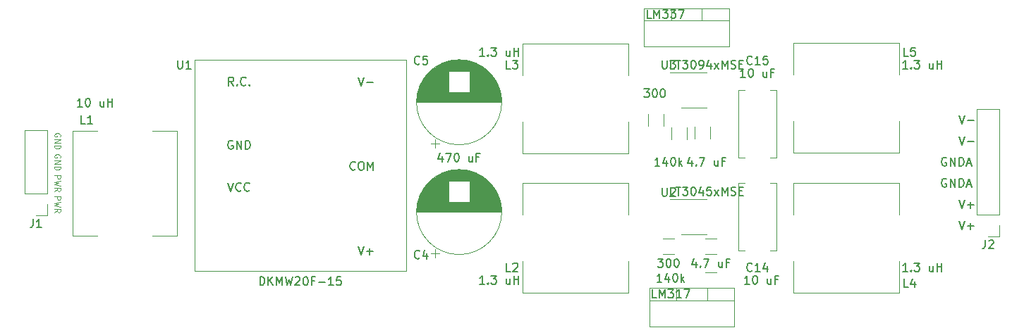
<source format=gbr>
%TF.GenerationSoftware,KiCad,Pcbnew,(5.1.9)-1*%
%TF.CreationDate,2022-01-14T16:31:07-06:00*%
%TF.ProjectId,Power_12V_DualSupply,506f7765-725f-4313-9256-5f4475616c53,rev?*%
%TF.SameCoordinates,Original*%
%TF.FileFunction,Legend,Top*%
%TF.FilePolarity,Positive*%
%FSLAX46Y46*%
G04 Gerber Fmt 4.6, Leading zero omitted, Abs format (unit mm)*
G04 Created by KiCad (PCBNEW (5.1.9)-1) date 2022-01-14 16:31:07*
%MOMM*%
%LPD*%
G01*
G04 APERTURE LIST*
%ADD10C,0.150000*%
%ADD11C,0.100000*%
%ADD12C,0.120000*%
G04 APERTURE END LIST*
D10*
X208359523Y-98560000D02*
X208264285Y-98512380D01*
X208121428Y-98512380D01*
X207978571Y-98560000D01*
X207883333Y-98655238D01*
X207835714Y-98750476D01*
X207788095Y-98940952D01*
X207788095Y-99083809D01*
X207835714Y-99274285D01*
X207883333Y-99369523D01*
X207978571Y-99464761D01*
X208121428Y-99512380D01*
X208216666Y-99512380D01*
X208359523Y-99464761D01*
X208407142Y-99417142D01*
X208407142Y-99083809D01*
X208216666Y-99083809D01*
X208835714Y-99512380D02*
X208835714Y-98512380D01*
X209407142Y-99512380D01*
X209407142Y-98512380D01*
X209883333Y-99512380D02*
X209883333Y-98512380D01*
X210121428Y-98512380D01*
X210264285Y-98560000D01*
X210359523Y-98655238D01*
X210407142Y-98750476D01*
X210454761Y-98940952D01*
X210454761Y-99083809D01*
X210407142Y-99274285D01*
X210359523Y-99369523D01*
X210264285Y-99464761D01*
X210121428Y-99512380D01*
X209883333Y-99512380D01*
X210835714Y-99226666D02*
X211311904Y-99226666D01*
X210740476Y-99512380D02*
X211073809Y-98512380D01*
X211407142Y-99512380D01*
X209867619Y-106132380D02*
X210200952Y-107132380D01*
X210534285Y-106132380D01*
X210867619Y-106751428D02*
X211629523Y-106751428D01*
X211248571Y-107132380D02*
X211248571Y-106370476D01*
X209867619Y-103592380D02*
X210200952Y-104592380D01*
X210534285Y-103592380D01*
X210867619Y-104211428D02*
X211629523Y-104211428D01*
X211248571Y-104592380D02*
X211248571Y-103830476D01*
X208359523Y-101100000D02*
X208264285Y-101052380D01*
X208121428Y-101052380D01*
X207978571Y-101100000D01*
X207883333Y-101195238D01*
X207835714Y-101290476D01*
X207788095Y-101480952D01*
X207788095Y-101623809D01*
X207835714Y-101814285D01*
X207883333Y-101909523D01*
X207978571Y-102004761D01*
X208121428Y-102052380D01*
X208216666Y-102052380D01*
X208359523Y-102004761D01*
X208407142Y-101957142D01*
X208407142Y-101623809D01*
X208216666Y-101623809D01*
X208835714Y-102052380D02*
X208835714Y-101052380D01*
X209407142Y-102052380D01*
X209407142Y-101052380D01*
X209883333Y-102052380D02*
X209883333Y-101052380D01*
X210121428Y-101052380D01*
X210264285Y-101100000D01*
X210359523Y-101195238D01*
X210407142Y-101290476D01*
X210454761Y-101480952D01*
X210454761Y-101623809D01*
X210407142Y-101814285D01*
X210359523Y-101909523D01*
X210264285Y-102004761D01*
X210121428Y-102052380D01*
X209883333Y-102052380D01*
X210835714Y-101766666D02*
X211311904Y-101766666D01*
X210740476Y-102052380D02*
X211073809Y-101052380D01*
X211407142Y-102052380D01*
X209867619Y-95972380D02*
X210200952Y-96972380D01*
X210534285Y-95972380D01*
X210867619Y-96591428D02*
X211629523Y-96591428D01*
X209867619Y-93432380D02*
X210200952Y-94432380D01*
X210534285Y-93432380D01*
X210867619Y-94051428D02*
X211629523Y-94051428D01*
D11*
X101283333Y-103206666D02*
X101983333Y-103206666D01*
X101983333Y-103473333D01*
X101950000Y-103540000D01*
X101916666Y-103573333D01*
X101850000Y-103606666D01*
X101750000Y-103606666D01*
X101683333Y-103573333D01*
X101650000Y-103540000D01*
X101616666Y-103473333D01*
X101616666Y-103206666D01*
X101983333Y-103840000D02*
X101283333Y-104006666D01*
X101783333Y-104140000D01*
X101283333Y-104273333D01*
X101983333Y-104440000D01*
X101283333Y-105106666D02*
X101616666Y-104873333D01*
X101283333Y-104706666D02*
X101983333Y-104706666D01*
X101983333Y-104973333D01*
X101950000Y-105040000D01*
X101916666Y-105073333D01*
X101850000Y-105106666D01*
X101750000Y-105106666D01*
X101683333Y-105073333D01*
X101650000Y-105040000D01*
X101616666Y-104973333D01*
X101616666Y-104706666D01*
X101283333Y-100666666D02*
X101983333Y-100666666D01*
X101983333Y-100933333D01*
X101950000Y-101000000D01*
X101916666Y-101033333D01*
X101850000Y-101066666D01*
X101750000Y-101066666D01*
X101683333Y-101033333D01*
X101650000Y-101000000D01*
X101616666Y-100933333D01*
X101616666Y-100666666D01*
X101983333Y-101300000D02*
X101283333Y-101466666D01*
X101783333Y-101600000D01*
X101283333Y-101733333D01*
X101983333Y-101900000D01*
X101283333Y-102566666D02*
X101616666Y-102333333D01*
X101283333Y-102166666D02*
X101983333Y-102166666D01*
X101983333Y-102433333D01*
X101950000Y-102500000D01*
X101916666Y-102533333D01*
X101850000Y-102566666D01*
X101750000Y-102566666D01*
X101683333Y-102533333D01*
X101650000Y-102500000D01*
X101616666Y-102433333D01*
X101616666Y-102166666D01*
X101950000Y-98526666D02*
X101983333Y-98460000D01*
X101983333Y-98360000D01*
X101950000Y-98260000D01*
X101883333Y-98193333D01*
X101816666Y-98160000D01*
X101683333Y-98126666D01*
X101583333Y-98126666D01*
X101450000Y-98160000D01*
X101383333Y-98193333D01*
X101316666Y-98260000D01*
X101283333Y-98360000D01*
X101283333Y-98426666D01*
X101316666Y-98526666D01*
X101350000Y-98560000D01*
X101583333Y-98560000D01*
X101583333Y-98426666D01*
X101283333Y-98860000D02*
X101983333Y-98860000D01*
X101283333Y-99260000D01*
X101983333Y-99260000D01*
X101283333Y-99593333D02*
X101983333Y-99593333D01*
X101983333Y-99760000D01*
X101950000Y-99860000D01*
X101883333Y-99926666D01*
X101816666Y-99960000D01*
X101683333Y-99993333D01*
X101583333Y-99993333D01*
X101450000Y-99960000D01*
X101383333Y-99926666D01*
X101316666Y-99860000D01*
X101283333Y-99760000D01*
X101283333Y-99593333D01*
X101950000Y-95986666D02*
X101983333Y-95920000D01*
X101983333Y-95820000D01*
X101950000Y-95720000D01*
X101883333Y-95653333D01*
X101816666Y-95620000D01*
X101683333Y-95586666D01*
X101583333Y-95586666D01*
X101450000Y-95620000D01*
X101383333Y-95653333D01*
X101316666Y-95720000D01*
X101283333Y-95820000D01*
X101283333Y-95886666D01*
X101316666Y-95986666D01*
X101350000Y-96020000D01*
X101583333Y-96020000D01*
X101583333Y-95886666D01*
X101283333Y-96320000D02*
X101983333Y-96320000D01*
X101283333Y-96720000D01*
X101983333Y-96720000D01*
X101283333Y-97053333D02*
X101983333Y-97053333D01*
X101983333Y-97220000D01*
X101950000Y-97320000D01*
X101883333Y-97386666D01*
X101816666Y-97420000D01*
X101683333Y-97453333D01*
X101583333Y-97453333D01*
X101450000Y-97420000D01*
X101383333Y-97386666D01*
X101316666Y-97320000D01*
X101283333Y-97220000D01*
X101283333Y-97053333D01*
D10*
X122777333Y-89860380D02*
X122444000Y-89384190D01*
X122205904Y-89860380D02*
X122205904Y-88860380D01*
X122586857Y-88860380D01*
X122682095Y-88908000D01*
X122729714Y-88955619D01*
X122777333Y-89050857D01*
X122777333Y-89193714D01*
X122729714Y-89288952D01*
X122682095Y-89336571D01*
X122586857Y-89384190D01*
X122205904Y-89384190D01*
X123205904Y-89765142D02*
X123253523Y-89812761D01*
X123205904Y-89860380D01*
X123158285Y-89812761D01*
X123205904Y-89765142D01*
X123205904Y-89860380D01*
X124253523Y-89765142D02*
X124205904Y-89812761D01*
X124063047Y-89860380D01*
X123967809Y-89860380D01*
X123824952Y-89812761D01*
X123729714Y-89717523D01*
X123682095Y-89622285D01*
X123634476Y-89431809D01*
X123634476Y-89288952D01*
X123682095Y-89098476D01*
X123729714Y-89003238D01*
X123824952Y-88908000D01*
X123967809Y-88860380D01*
X124063047Y-88860380D01*
X124205904Y-88908000D01*
X124253523Y-88955619D01*
X124682095Y-89765142D02*
X124729714Y-89812761D01*
X124682095Y-89860380D01*
X124634476Y-89812761D01*
X124682095Y-89765142D01*
X124682095Y-89860380D01*
X122110666Y-101560380D02*
X122444000Y-102560380D01*
X122777333Y-101560380D01*
X123682095Y-102465142D02*
X123634476Y-102512761D01*
X123491619Y-102560380D01*
X123396380Y-102560380D01*
X123253523Y-102512761D01*
X123158285Y-102417523D01*
X123110666Y-102322285D01*
X123063047Y-102131809D01*
X123063047Y-101988952D01*
X123110666Y-101798476D01*
X123158285Y-101703238D01*
X123253523Y-101608000D01*
X123396380Y-101560380D01*
X123491619Y-101560380D01*
X123634476Y-101608000D01*
X123682095Y-101655619D01*
X124682095Y-102465142D02*
X124634476Y-102512761D01*
X124491619Y-102560380D01*
X124396380Y-102560380D01*
X124253523Y-102512761D01*
X124158285Y-102417523D01*
X124110666Y-102322285D01*
X124063047Y-102131809D01*
X124063047Y-101988952D01*
X124110666Y-101798476D01*
X124158285Y-101703238D01*
X124253523Y-101608000D01*
X124396380Y-101560380D01*
X124491619Y-101560380D01*
X124634476Y-101608000D01*
X124682095Y-101655619D01*
X122682095Y-96528000D02*
X122586857Y-96480380D01*
X122444000Y-96480380D01*
X122301142Y-96528000D01*
X122205904Y-96623238D01*
X122158285Y-96718476D01*
X122110666Y-96908952D01*
X122110666Y-97051809D01*
X122158285Y-97242285D01*
X122205904Y-97337523D01*
X122301142Y-97432761D01*
X122444000Y-97480380D01*
X122539238Y-97480380D01*
X122682095Y-97432761D01*
X122729714Y-97385142D01*
X122729714Y-97051809D01*
X122539238Y-97051809D01*
X123158285Y-97480380D02*
X123158285Y-96480380D01*
X123729714Y-97480380D01*
X123729714Y-96480380D01*
X124205904Y-97480380D02*
X124205904Y-96480380D01*
X124444000Y-96480380D01*
X124586857Y-96528000D01*
X124682095Y-96623238D01*
X124729714Y-96718476D01*
X124777333Y-96908952D01*
X124777333Y-97051809D01*
X124729714Y-97242285D01*
X124682095Y-97337523D01*
X124586857Y-97432761D01*
X124444000Y-97480380D01*
X124205904Y-97480380D01*
X137731619Y-109180380D02*
X138064952Y-110180380D01*
X138398285Y-109180380D01*
X138731619Y-109799428D02*
X139493523Y-109799428D01*
X139112571Y-110180380D02*
X139112571Y-109418476D01*
X137390285Y-99925142D02*
X137342666Y-99972761D01*
X137199809Y-100020380D01*
X137104571Y-100020380D01*
X136961714Y-99972761D01*
X136866476Y-99877523D01*
X136818857Y-99782285D01*
X136771238Y-99591809D01*
X136771238Y-99448952D01*
X136818857Y-99258476D01*
X136866476Y-99163238D01*
X136961714Y-99068000D01*
X137104571Y-99020380D01*
X137199809Y-99020380D01*
X137342666Y-99068000D01*
X137390285Y-99115619D01*
X138009333Y-99020380D02*
X138199809Y-99020380D01*
X138295047Y-99068000D01*
X138390285Y-99163238D01*
X138437904Y-99353714D01*
X138437904Y-99687047D01*
X138390285Y-99877523D01*
X138295047Y-99972761D01*
X138199809Y-100020380D01*
X138009333Y-100020380D01*
X137914095Y-99972761D01*
X137818857Y-99877523D01*
X137771238Y-99687047D01*
X137771238Y-99353714D01*
X137818857Y-99163238D01*
X137914095Y-99068000D01*
X138009333Y-99020380D01*
X138866476Y-100020380D02*
X138866476Y-99020380D01*
X139199809Y-99734666D01*
X139533142Y-99020380D01*
X139533142Y-100020380D01*
X137731619Y-88860380D02*
X138064952Y-89860380D01*
X138398285Y-88860380D01*
X138731619Y-89479428D02*
X139493523Y-89479428D01*
D12*
%TO.C,C4*%
X154980000Y-105069000D02*
G75*
G03*
X154980000Y-105069000I-5120000J0D01*
G01*
X144780000Y-105069000D02*
X154940000Y-105069000D01*
X144780000Y-105029000D02*
X154940000Y-105029000D01*
X144780000Y-104989000D02*
X154940000Y-104989000D01*
X144781000Y-104949000D02*
X154939000Y-104949000D01*
X144782000Y-104909000D02*
X154938000Y-104909000D01*
X144783000Y-104869000D02*
X154937000Y-104869000D01*
X144785000Y-104829000D02*
X154935000Y-104829000D01*
X144787000Y-104789000D02*
X154933000Y-104789000D01*
X144790000Y-104749000D02*
X154930000Y-104749000D01*
X144792000Y-104709000D02*
X154928000Y-104709000D01*
X144795000Y-104669000D02*
X154925000Y-104669000D01*
X144798000Y-104629000D02*
X154922000Y-104629000D01*
X144802000Y-104589000D02*
X154918000Y-104589000D01*
X144806000Y-104549000D02*
X154914000Y-104549000D01*
X144810000Y-104509000D02*
X154910000Y-104509000D01*
X144815000Y-104469000D02*
X154905000Y-104469000D01*
X144820000Y-104429000D02*
X154900000Y-104429000D01*
X144825000Y-104389000D02*
X154895000Y-104389000D01*
X144830000Y-104348000D02*
X154890000Y-104348000D01*
X144836000Y-104308000D02*
X154884000Y-104308000D01*
X144842000Y-104268000D02*
X154878000Y-104268000D01*
X144849000Y-104228000D02*
X154871000Y-104228000D01*
X144856000Y-104188000D02*
X154864000Y-104188000D01*
X144863000Y-104148000D02*
X154857000Y-104148000D01*
X144870000Y-104108000D02*
X154850000Y-104108000D01*
X144878000Y-104068000D02*
X154842000Y-104068000D01*
X144886000Y-104028000D02*
X154834000Y-104028000D01*
X144895000Y-103988000D02*
X154825000Y-103988000D01*
X144904000Y-103948000D02*
X154816000Y-103948000D01*
X144913000Y-103908000D02*
X154807000Y-103908000D01*
X144922000Y-103868000D02*
X154798000Y-103868000D01*
X144932000Y-103828000D02*
X154788000Y-103828000D01*
X144942000Y-103788000D02*
X148619000Y-103788000D01*
X151101000Y-103788000D02*
X154778000Y-103788000D01*
X144953000Y-103748000D02*
X148619000Y-103748000D01*
X151101000Y-103748000D02*
X154767000Y-103748000D01*
X144963000Y-103708000D02*
X148619000Y-103708000D01*
X151101000Y-103708000D02*
X154757000Y-103708000D01*
X144975000Y-103668000D02*
X148619000Y-103668000D01*
X151101000Y-103668000D02*
X154745000Y-103668000D01*
X144986000Y-103628000D02*
X148619000Y-103628000D01*
X151101000Y-103628000D02*
X154734000Y-103628000D01*
X144998000Y-103588000D02*
X148619000Y-103588000D01*
X151101000Y-103588000D02*
X154722000Y-103588000D01*
X145010000Y-103548000D02*
X148619000Y-103548000D01*
X151101000Y-103548000D02*
X154710000Y-103548000D01*
X145023000Y-103508000D02*
X148619000Y-103508000D01*
X151101000Y-103508000D02*
X154697000Y-103508000D01*
X145036000Y-103468000D02*
X148619000Y-103468000D01*
X151101000Y-103468000D02*
X154684000Y-103468000D01*
X145049000Y-103428000D02*
X148619000Y-103428000D01*
X151101000Y-103428000D02*
X154671000Y-103428000D01*
X145063000Y-103388000D02*
X148619000Y-103388000D01*
X151101000Y-103388000D02*
X154657000Y-103388000D01*
X145077000Y-103348000D02*
X148619000Y-103348000D01*
X151101000Y-103348000D02*
X154643000Y-103348000D01*
X145092000Y-103308000D02*
X148619000Y-103308000D01*
X151101000Y-103308000D02*
X154628000Y-103308000D01*
X145106000Y-103268000D02*
X148619000Y-103268000D01*
X151101000Y-103268000D02*
X154614000Y-103268000D01*
X145122000Y-103228000D02*
X148619000Y-103228000D01*
X151101000Y-103228000D02*
X154598000Y-103228000D01*
X145137000Y-103188000D02*
X148619000Y-103188000D01*
X151101000Y-103188000D02*
X154583000Y-103188000D01*
X145153000Y-103148000D02*
X148619000Y-103148000D01*
X151101000Y-103148000D02*
X154567000Y-103148000D01*
X145170000Y-103108000D02*
X148619000Y-103108000D01*
X151101000Y-103108000D02*
X154550000Y-103108000D01*
X145186000Y-103068000D02*
X148619000Y-103068000D01*
X151101000Y-103068000D02*
X154534000Y-103068000D01*
X145203000Y-103028000D02*
X148619000Y-103028000D01*
X151101000Y-103028000D02*
X154517000Y-103028000D01*
X145221000Y-102988000D02*
X148619000Y-102988000D01*
X151101000Y-102988000D02*
X154499000Y-102988000D01*
X145239000Y-102948000D02*
X148619000Y-102948000D01*
X151101000Y-102948000D02*
X154481000Y-102948000D01*
X145257000Y-102908000D02*
X148619000Y-102908000D01*
X151101000Y-102908000D02*
X154463000Y-102908000D01*
X145276000Y-102868000D02*
X148619000Y-102868000D01*
X151101000Y-102868000D02*
X154444000Y-102868000D01*
X145296000Y-102828000D02*
X148619000Y-102828000D01*
X151101000Y-102828000D02*
X154424000Y-102828000D01*
X145315000Y-102788000D02*
X148619000Y-102788000D01*
X151101000Y-102788000D02*
X154405000Y-102788000D01*
X145335000Y-102748000D02*
X148619000Y-102748000D01*
X151101000Y-102748000D02*
X154385000Y-102748000D01*
X145356000Y-102708000D02*
X148619000Y-102708000D01*
X151101000Y-102708000D02*
X154364000Y-102708000D01*
X145377000Y-102668000D02*
X148619000Y-102668000D01*
X151101000Y-102668000D02*
X154343000Y-102668000D01*
X145398000Y-102628000D02*
X148619000Y-102628000D01*
X151101000Y-102628000D02*
X154322000Y-102628000D01*
X145420000Y-102588000D02*
X148619000Y-102588000D01*
X151101000Y-102588000D02*
X154300000Y-102588000D01*
X145443000Y-102548000D02*
X148619000Y-102548000D01*
X151101000Y-102548000D02*
X154277000Y-102548000D01*
X145465000Y-102508000D02*
X148619000Y-102508000D01*
X151101000Y-102508000D02*
X154255000Y-102508000D01*
X145489000Y-102468000D02*
X148619000Y-102468000D01*
X151101000Y-102468000D02*
X154231000Y-102468000D01*
X145513000Y-102428000D02*
X148619000Y-102428000D01*
X151101000Y-102428000D02*
X154207000Y-102428000D01*
X145537000Y-102388000D02*
X148619000Y-102388000D01*
X151101000Y-102388000D02*
X154183000Y-102388000D01*
X145562000Y-102348000D02*
X148619000Y-102348000D01*
X151101000Y-102348000D02*
X154158000Y-102348000D01*
X145587000Y-102308000D02*
X148619000Y-102308000D01*
X151101000Y-102308000D02*
X154133000Y-102308000D01*
X145613000Y-102268000D02*
X148619000Y-102268000D01*
X151101000Y-102268000D02*
X154107000Y-102268000D01*
X145639000Y-102228000D02*
X148619000Y-102228000D01*
X151101000Y-102228000D02*
X154081000Y-102228000D01*
X145666000Y-102188000D02*
X148619000Y-102188000D01*
X151101000Y-102188000D02*
X154054000Y-102188000D01*
X145694000Y-102148000D02*
X148619000Y-102148000D01*
X151101000Y-102148000D02*
X154026000Y-102148000D01*
X145722000Y-102108000D02*
X148619000Y-102108000D01*
X151101000Y-102108000D02*
X153998000Y-102108000D01*
X145750000Y-102068000D02*
X148619000Y-102068000D01*
X151101000Y-102068000D02*
X153970000Y-102068000D01*
X145780000Y-102028000D02*
X148619000Y-102028000D01*
X151101000Y-102028000D02*
X153940000Y-102028000D01*
X145810000Y-101988000D02*
X148619000Y-101988000D01*
X151101000Y-101988000D02*
X153910000Y-101988000D01*
X145840000Y-101948000D02*
X148619000Y-101948000D01*
X151101000Y-101948000D02*
X153880000Y-101948000D01*
X145871000Y-101908000D02*
X148619000Y-101908000D01*
X151101000Y-101908000D02*
X153849000Y-101908000D01*
X145903000Y-101868000D02*
X148619000Y-101868000D01*
X151101000Y-101868000D02*
X153817000Y-101868000D01*
X145935000Y-101828000D02*
X148619000Y-101828000D01*
X151101000Y-101828000D02*
X153785000Y-101828000D01*
X145968000Y-101788000D02*
X148619000Y-101788000D01*
X151101000Y-101788000D02*
X153752000Y-101788000D01*
X146002000Y-101748000D02*
X148619000Y-101748000D01*
X151101000Y-101748000D02*
X153718000Y-101748000D01*
X146036000Y-101708000D02*
X148619000Y-101708000D01*
X151101000Y-101708000D02*
X153684000Y-101708000D01*
X146071000Y-101668000D02*
X148619000Y-101668000D01*
X151101000Y-101668000D02*
X153649000Y-101668000D01*
X146107000Y-101628000D02*
X148619000Y-101628000D01*
X151101000Y-101628000D02*
X153613000Y-101628000D01*
X146144000Y-101588000D02*
X148619000Y-101588000D01*
X151101000Y-101588000D02*
X153576000Y-101588000D01*
X146181000Y-101548000D02*
X148619000Y-101548000D01*
X151101000Y-101548000D02*
X153539000Y-101548000D01*
X146220000Y-101508000D02*
X148619000Y-101508000D01*
X151101000Y-101508000D02*
X153500000Y-101508000D01*
X146259000Y-101468000D02*
X148619000Y-101468000D01*
X151101000Y-101468000D02*
X153461000Y-101468000D01*
X146299000Y-101428000D02*
X148619000Y-101428000D01*
X151101000Y-101428000D02*
X153421000Y-101428000D01*
X146340000Y-101388000D02*
X148619000Y-101388000D01*
X151101000Y-101388000D02*
X153380000Y-101388000D01*
X146382000Y-101348000D02*
X148619000Y-101348000D01*
X151101000Y-101348000D02*
X153338000Y-101348000D01*
X146424000Y-101308000D02*
X153296000Y-101308000D01*
X146468000Y-101268000D02*
X153252000Y-101268000D01*
X146513000Y-101228000D02*
X153207000Y-101228000D01*
X146559000Y-101188000D02*
X153161000Y-101188000D01*
X146606000Y-101148000D02*
X153114000Y-101148000D01*
X146654000Y-101108000D02*
X153066000Y-101108000D01*
X146704000Y-101068000D02*
X153016000Y-101068000D01*
X146754000Y-101028000D02*
X152966000Y-101028000D01*
X146806000Y-100988000D02*
X152914000Y-100988000D01*
X146860000Y-100948000D02*
X152860000Y-100948000D01*
X146915000Y-100908000D02*
X152805000Y-100908000D01*
X146971000Y-100868000D02*
X152749000Y-100868000D01*
X147030000Y-100828000D02*
X152690000Y-100828000D01*
X147090000Y-100788000D02*
X152630000Y-100788000D01*
X147151000Y-100748000D02*
X152569000Y-100748000D01*
X147215000Y-100708000D02*
X152505000Y-100708000D01*
X147281000Y-100668000D02*
X152439000Y-100668000D01*
X147350000Y-100628000D02*
X152370000Y-100628000D01*
X147421000Y-100588000D02*
X152299000Y-100588000D01*
X147495000Y-100548000D02*
X152225000Y-100548000D01*
X147571000Y-100508000D02*
X152149000Y-100508000D01*
X147651000Y-100468000D02*
X152069000Y-100468000D01*
X147735000Y-100428000D02*
X151985000Y-100428000D01*
X147823000Y-100388000D02*
X151897000Y-100388000D01*
X147916000Y-100348000D02*
X151804000Y-100348000D01*
X148014000Y-100308000D02*
X151706000Y-100308000D01*
X148118000Y-100268000D02*
X151602000Y-100268000D01*
X148230000Y-100228000D02*
X151490000Y-100228000D01*
X148350000Y-100188000D02*
X151370000Y-100188000D01*
X148482000Y-100148000D02*
X151238000Y-100148000D01*
X148630000Y-100108000D02*
X151090000Y-100108000D01*
X148798000Y-100068000D02*
X150922000Y-100068000D01*
X148998000Y-100028000D02*
X150722000Y-100028000D01*
X149261000Y-99988000D02*
X150459000Y-99988000D01*
X146985000Y-110548646D02*
X146985000Y-109548646D01*
X146485000Y-110048646D02*
X147485000Y-110048646D01*
%TO.C,C14*%
X183388000Y-101600000D02*
X184150000Y-101600000D01*
X183388000Y-109728000D02*
X183388000Y-101600000D01*
X184150000Y-109728000D02*
X183388000Y-109728000D01*
X187960000Y-109728000D02*
X187198000Y-109728000D01*
X187960000Y-101600000D02*
X187960000Y-109728000D01*
X187198000Y-101600000D02*
X187960000Y-101600000D01*
%TO.C,L4*%
X189992000Y-114804000D02*
X196342000Y-114804000D01*
X189992000Y-111004000D02*
X189992000Y-114804000D01*
X202692000Y-114804000D02*
X196342000Y-114804000D01*
X202692000Y-111004000D02*
X202692000Y-114804000D01*
X202692000Y-101604000D02*
X196342000Y-101604000D01*
X202692000Y-105404000D02*
X202692000Y-101604000D01*
X189992000Y-101604000D02*
X196342000Y-101604000D01*
X189992000Y-105404000D02*
X189992000Y-101604000D01*
%TO.C,U1*%
X143510000Y-112141000D02*
X118110000Y-112141000D01*
X118110000Y-112141000D02*
X118110000Y-86741000D01*
X118110000Y-86741000D02*
X143510000Y-86741000D01*
X143510000Y-86741000D02*
X143510000Y-112141000D01*
%TO.C,C5*%
X146485000Y-96840646D02*
X147485000Y-96840646D01*
X146985000Y-97340646D02*
X146985000Y-96340646D01*
X149261000Y-86780000D02*
X150459000Y-86780000D01*
X148998000Y-86820000D02*
X150722000Y-86820000D01*
X148798000Y-86860000D02*
X150922000Y-86860000D01*
X148630000Y-86900000D02*
X151090000Y-86900000D01*
X148482000Y-86940000D02*
X151238000Y-86940000D01*
X148350000Y-86980000D02*
X151370000Y-86980000D01*
X148230000Y-87020000D02*
X151490000Y-87020000D01*
X148118000Y-87060000D02*
X151602000Y-87060000D01*
X148014000Y-87100000D02*
X151706000Y-87100000D01*
X147916000Y-87140000D02*
X151804000Y-87140000D01*
X147823000Y-87180000D02*
X151897000Y-87180000D01*
X147735000Y-87220000D02*
X151985000Y-87220000D01*
X147651000Y-87260000D02*
X152069000Y-87260000D01*
X147571000Y-87300000D02*
X152149000Y-87300000D01*
X147495000Y-87340000D02*
X152225000Y-87340000D01*
X147421000Y-87380000D02*
X152299000Y-87380000D01*
X147350000Y-87420000D02*
X152370000Y-87420000D01*
X147281000Y-87460000D02*
X152439000Y-87460000D01*
X147215000Y-87500000D02*
X152505000Y-87500000D01*
X147151000Y-87540000D02*
X152569000Y-87540000D01*
X147090000Y-87580000D02*
X152630000Y-87580000D01*
X147030000Y-87620000D02*
X152690000Y-87620000D01*
X146971000Y-87660000D02*
X152749000Y-87660000D01*
X146915000Y-87700000D02*
X152805000Y-87700000D01*
X146860000Y-87740000D02*
X152860000Y-87740000D01*
X146806000Y-87780000D02*
X152914000Y-87780000D01*
X146754000Y-87820000D02*
X152966000Y-87820000D01*
X146704000Y-87860000D02*
X153016000Y-87860000D01*
X146654000Y-87900000D02*
X153066000Y-87900000D01*
X146606000Y-87940000D02*
X153114000Y-87940000D01*
X146559000Y-87980000D02*
X153161000Y-87980000D01*
X146513000Y-88020000D02*
X153207000Y-88020000D01*
X146468000Y-88060000D02*
X153252000Y-88060000D01*
X146424000Y-88100000D02*
X153296000Y-88100000D01*
X151101000Y-88140000D02*
X153338000Y-88140000D01*
X146382000Y-88140000D02*
X148619000Y-88140000D01*
X151101000Y-88180000D02*
X153380000Y-88180000D01*
X146340000Y-88180000D02*
X148619000Y-88180000D01*
X151101000Y-88220000D02*
X153421000Y-88220000D01*
X146299000Y-88220000D02*
X148619000Y-88220000D01*
X151101000Y-88260000D02*
X153461000Y-88260000D01*
X146259000Y-88260000D02*
X148619000Y-88260000D01*
X151101000Y-88300000D02*
X153500000Y-88300000D01*
X146220000Y-88300000D02*
X148619000Y-88300000D01*
X151101000Y-88340000D02*
X153539000Y-88340000D01*
X146181000Y-88340000D02*
X148619000Y-88340000D01*
X151101000Y-88380000D02*
X153576000Y-88380000D01*
X146144000Y-88380000D02*
X148619000Y-88380000D01*
X151101000Y-88420000D02*
X153613000Y-88420000D01*
X146107000Y-88420000D02*
X148619000Y-88420000D01*
X151101000Y-88460000D02*
X153649000Y-88460000D01*
X146071000Y-88460000D02*
X148619000Y-88460000D01*
X151101000Y-88500000D02*
X153684000Y-88500000D01*
X146036000Y-88500000D02*
X148619000Y-88500000D01*
X151101000Y-88540000D02*
X153718000Y-88540000D01*
X146002000Y-88540000D02*
X148619000Y-88540000D01*
X151101000Y-88580000D02*
X153752000Y-88580000D01*
X145968000Y-88580000D02*
X148619000Y-88580000D01*
X151101000Y-88620000D02*
X153785000Y-88620000D01*
X145935000Y-88620000D02*
X148619000Y-88620000D01*
X151101000Y-88660000D02*
X153817000Y-88660000D01*
X145903000Y-88660000D02*
X148619000Y-88660000D01*
X151101000Y-88700000D02*
X153849000Y-88700000D01*
X145871000Y-88700000D02*
X148619000Y-88700000D01*
X151101000Y-88740000D02*
X153880000Y-88740000D01*
X145840000Y-88740000D02*
X148619000Y-88740000D01*
X151101000Y-88780000D02*
X153910000Y-88780000D01*
X145810000Y-88780000D02*
X148619000Y-88780000D01*
X151101000Y-88820000D02*
X153940000Y-88820000D01*
X145780000Y-88820000D02*
X148619000Y-88820000D01*
X151101000Y-88860000D02*
X153970000Y-88860000D01*
X145750000Y-88860000D02*
X148619000Y-88860000D01*
X151101000Y-88900000D02*
X153998000Y-88900000D01*
X145722000Y-88900000D02*
X148619000Y-88900000D01*
X151101000Y-88940000D02*
X154026000Y-88940000D01*
X145694000Y-88940000D02*
X148619000Y-88940000D01*
X151101000Y-88980000D02*
X154054000Y-88980000D01*
X145666000Y-88980000D02*
X148619000Y-88980000D01*
X151101000Y-89020000D02*
X154081000Y-89020000D01*
X145639000Y-89020000D02*
X148619000Y-89020000D01*
X151101000Y-89060000D02*
X154107000Y-89060000D01*
X145613000Y-89060000D02*
X148619000Y-89060000D01*
X151101000Y-89100000D02*
X154133000Y-89100000D01*
X145587000Y-89100000D02*
X148619000Y-89100000D01*
X151101000Y-89140000D02*
X154158000Y-89140000D01*
X145562000Y-89140000D02*
X148619000Y-89140000D01*
X151101000Y-89180000D02*
X154183000Y-89180000D01*
X145537000Y-89180000D02*
X148619000Y-89180000D01*
X151101000Y-89220000D02*
X154207000Y-89220000D01*
X145513000Y-89220000D02*
X148619000Y-89220000D01*
X151101000Y-89260000D02*
X154231000Y-89260000D01*
X145489000Y-89260000D02*
X148619000Y-89260000D01*
X151101000Y-89300000D02*
X154255000Y-89300000D01*
X145465000Y-89300000D02*
X148619000Y-89300000D01*
X151101000Y-89340000D02*
X154277000Y-89340000D01*
X145443000Y-89340000D02*
X148619000Y-89340000D01*
X151101000Y-89380000D02*
X154300000Y-89380000D01*
X145420000Y-89380000D02*
X148619000Y-89380000D01*
X151101000Y-89420000D02*
X154322000Y-89420000D01*
X145398000Y-89420000D02*
X148619000Y-89420000D01*
X151101000Y-89460000D02*
X154343000Y-89460000D01*
X145377000Y-89460000D02*
X148619000Y-89460000D01*
X151101000Y-89500000D02*
X154364000Y-89500000D01*
X145356000Y-89500000D02*
X148619000Y-89500000D01*
X151101000Y-89540000D02*
X154385000Y-89540000D01*
X145335000Y-89540000D02*
X148619000Y-89540000D01*
X151101000Y-89580000D02*
X154405000Y-89580000D01*
X145315000Y-89580000D02*
X148619000Y-89580000D01*
X151101000Y-89620000D02*
X154424000Y-89620000D01*
X145296000Y-89620000D02*
X148619000Y-89620000D01*
X151101000Y-89660000D02*
X154444000Y-89660000D01*
X145276000Y-89660000D02*
X148619000Y-89660000D01*
X151101000Y-89700000D02*
X154463000Y-89700000D01*
X145257000Y-89700000D02*
X148619000Y-89700000D01*
X151101000Y-89740000D02*
X154481000Y-89740000D01*
X145239000Y-89740000D02*
X148619000Y-89740000D01*
X151101000Y-89780000D02*
X154499000Y-89780000D01*
X145221000Y-89780000D02*
X148619000Y-89780000D01*
X151101000Y-89820000D02*
X154517000Y-89820000D01*
X145203000Y-89820000D02*
X148619000Y-89820000D01*
X151101000Y-89860000D02*
X154534000Y-89860000D01*
X145186000Y-89860000D02*
X148619000Y-89860000D01*
X151101000Y-89900000D02*
X154550000Y-89900000D01*
X145170000Y-89900000D02*
X148619000Y-89900000D01*
X151101000Y-89940000D02*
X154567000Y-89940000D01*
X145153000Y-89940000D02*
X148619000Y-89940000D01*
X151101000Y-89980000D02*
X154583000Y-89980000D01*
X145137000Y-89980000D02*
X148619000Y-89980000D01*
X151101000Y-90020000D02*
X154598000Y-90020000D01*
X145122000Y-90020000D02*
X148619000Y-90020000D01*
X151101000Y-90060000D02*
X154614000Y-90060000D01*
X145106000Y-90060000D02*
X148619000Y-90060000D01*
X151101000Y-90100000D02*
X154628000Y-90100000D01*
X145092000Y-90100000D02*
X148619000Y-90100000D01*
X151101000Y-90140000D02*
X154643000Y-90140000D01*
X145077000Y-90140000D02*
X148619000Y-90140000D01*
X151101000Y-90180000D02*
X154657000Y-90180000D01*
X145063000Y-90180000D02*
X148619000Y-90180000D01*
X151101000Y-90220000D02*
X154671000Y-90220000D01*
X145049000Y-90220000D02*
X148619000Y-90220000D01*
X151101000Y-90260000D02*
X154684000Y-90260000D01*
X145036000Y-90260000D02*
X148619000Y-90260000D01*
X151101000Y-90300000D02*
X154697000Y-90300000D01*
X145023000Y-90300000D02*
X148619000Y-90300000D01*
X151101000Y-90340000D02*
X154710000Y-90340000D01*
X145010000Y-90340000D02*
X148619000Y-90340000D01*
X151101000Y-90380000D02*
X154722000Y-90380000D01*
X144998000Y-90380000D02*
X148619000Y-90380000D01*
X151101000Y-90420000D02*
X154734000Y-90420000D01*
X144986000Y-90420000D02*
X148619000Y-90420000D01*
X151101000Y-90460000D02*
X154745000Y-90460000D01*
X144975000Y-90460000D02*
X148619000Y-90460000D01*
X151101000Y-90500000D02*
X154757000Y-90500000D01*
X144963000Y-90500000D02*
X148619000Y-90500000D01*
X151101000Y-90540000D02*
X154767000Y-90540000D01*
X144953000Y-90540000D02*
X148619000Y-90540000D01*
X151101000Y-90580000D02*
X154778000Y-90580000D01*
X144942000Y-90580000D02*
X148619000Y-90580000D01*
X144932000Y-90620000D02*
X154788000Y-90620000D01*
X144922000Y-90660000D02*
X154798000Y-90660000D01*
X144913000Y-90700000D02*
X154807000Y-90700000D01*
X144904000Y-90740000D02*
X154816000Y-90740000D01*
X144895000Y-90780000D02*
X154825000Y-90780000D01*
X144886000Y-90820000D02*
X154834000Y-90820000D01*
X144878000Y-90860000D02*
X154842000Y-90860000D01*
X144870000Y-90900000D02*
X154850000Y-90900000D01*
X144863000Y-90940000D02*
X154857000Y-90940000D01*
X144856000Y-90980000D02*
X154864000Y-90980000D01*
X144849000Y-91020000D02*
X154871000Y-91020000D01*
X144842000Y-91060000D02*
X154878000Y-91060000D01*
X144836000Y-91100000D02*
X154884000Y-91100000D01*
X144830000Y-91140000D02*
X154890000Y-91140000D01*
X144825000Y-91181000D02*
X154895000Y-91181000D01*
X144820000Y-91221000D02*
X154900000Y-91221000D01*
X144815000Y-91261000D02*
X154905000Y-91261000D01*
X144810000Y-91301000D02*
X154910000Y-91301000D01*
X144806000Y-91341000D02*
X154914000Y-91341000D01*
X144802000Y-91381000D02*
X154918000Y-91381000D01*
X144798000Y-91421000D02*
X154922000Y-91421000D01*
X144795000Y-91461000D02*
X154925000Y-91461000D01*
X144792000Y-91501000D02*
X154928000Y-91501000D01*
X144790000Y-91541000D02*
X154930000Y-91541000D01*
X144787000Y-91581000D02*
X154933000Y-91581000D01*
X144785000Y-91621000D02*
X154935000Y-91621000D01*
X144783000Y-91661000D02*
X154937000Y-91661000D01*
X144782000Y-91701000D02*
X154938000Y-91701000D01*
X144781000Y-91741000D02*
X154939000Y-91741000D01*
X144780000Y-91781000D02*
X154940000Y-91781000D01*
X144780000Y-91821000D02*
X154940000Y-91821000D01*
X144780000Y-91861000D02*
X154940000Y-91861000D01*
X154980000Y-91861000D02*
G75*
G03*
X154980000Y-91861000I-5120000J0D01*
G01*
%TO.C,C12*%
X180797252Y-108310000D02*
X179374748Y-108310000D01*
X180797252Y-110130000D02*
X179374748Y-110130000D01*
%TO.C,C13*%
X179980000Y-96253752D02*
X179980000Y-94831248D01*
X178160000Y-96253752D02*
X178160000Y-94831248D01*
%TO.C,C15*%
X183388000Y-90424000D02*
X184150000Y-90424000D01*
X183388000Y-98552000D02*
X183388000Y-90424000D01*
X184150000Y-98552000D02*
X183388000Y-98552000D01*
X187960000Y-98552000D02*
X187198000Y-98552000D01*
X187960000Y-90424000D02*
X187960000Y-98552000D01*
X187198000Y-90424000D02*
X187960000Y-90424000D01*
%TO.C,L1*%
X106428000Y-107900000D02*
X103428000Y-107900000D01*
X103428000Y-107900000D02*
X103428000Y-95300000D01*
X103428000Y-95300000D02*
X106428000Y-95300000D01*
X113028000Y-95300000D02*
X116028000Y-95300000D01*
X116028000Y-95300000D02*
X116028000Y-107900000D01*
X116028000Y-107900000D02*
X113028000Y-107900000D01*
%TO.C,L2*%
X157480000Y-114804000D02*
X163830000Y-114804000D01*
X157480000Y-111004000D02*
X157480000Y-114804000D01*
X170180000Y-114804000D02*
X163830000Y-114804000D01*
X170180000Y-111004000D02*
X170180000Y-114804000D01*
X170180000Y-101604000D02*
X163830000Y-101604000D01*
X170180000Y-105404000D02*
X170180000Y-101604000D01*
X157480000Y-101604000D02*
X163830000Y-101604000D01*
X157480000Y-105404000D02*
X157480000Y-101604000D01*
%TO.C,L3*%
X170180000Y-84840000D02*
X163830000Y-84840000D01*
X170180000Y-88640000D02*
X170180000Y-84840000D01*
X157480000Y-84840000D02*
X163830000Y-84840000D01*
X157480000Y-88640000D02*
X157480000Y-84840000D01*
X157480000Y-98040000D02*
X163830000Y-98040000D01*
X157480000Y-94240000D02*
X157480000Y-98040000D01*
X170180000Y-98040000D02*
X163830000Y-98040000D01*
X170180000Y-94240000D02*
X170180000Y-98040000D01*
%TO.C,L5*%
X202692000Y-94113000D02*
X202692000Y-97913000D01*
X202692000Y-97913000D02*
X196342000Y-97913000D01*
X189992000Y-94113000D02*
X189992000Y-97913000D01*
X189992000Y-97913000D02*
X196342000Y-97913000D01*
X189992000Y-88513000D02*
X189992000Y-84713000D01*
X189992000Y-84713000D02*
X196342000Y-84713000D01*
X202692000Y-88513000D02*
X202692000Y-84713000D01*
X202692000Y-84713000D02*
X196342000Y-84713000D01*
%TO.C,R3*%
X175366000Y-94919748D02*
X175366000Y-96342252D01*
X177186000Y-94919748D02*
X177186000Y-96342252D01*
%TO.C,R4*%
X179374748Y-112374000D02*
X180797252Y-112374000D01*
X179374748Y-114194000D02*
X180797252Y-114194000D01*
%TO.C,R5*%
X172572000Y-94691252D02*
X172572000Y-93268748D01*
X174392000Y-94691252D02*
X174392000Y-93268748D01*
%TO.C,R6*%
X175717252Y-110130000D02*
X174294748Y-110130000D01*
X175717252Y-108310000D02*
X174294748Y-108310000D01*
%TO.C,U2*%
X178054000Y-107774000D02*
X179554000Y-107774000D01*
X178054000Y-107774000D02*
X176554000Y-107774000D01*
X178054000Y-103554000D02*
X179554000Y-103554000D01*
X178054000Y-103554000D02*
X175179000Y-103554000D01*
%TO.C,U3*%
X178054000Y-88314000D02*
X175179000Y-88314000D01*
X178054000Y-88314000D02*
X179554000Y-88314000D01*
X178054000Y-92534000D02*
X176554000Y-92534000D01*
X178054000Y-92534000D02*
X179554000Y-92534000D01*
%TO.C,J1*%
X100390000Y-95190000D02*
X97730000Y-95190000D01*
X100390000Y-102870000D02*
X100390000Y-95190000D01*
X97730000Y-102870000D02*
X97730000Y-95190000D01*
X100390000Y-102870000D02*
X97730000Y-102870000D01*
X100390000Y-104140000D02*
X100390000Y-105470000D01*
X100390000Y-105470000D02*
X99060000Y-105470000D01*
%TO.C,J2*%
X214690000Y-92650000D02*
X212030000Y-92650000D01*
X214690000Y-105410000D02*
X214690000Y-92650000D01*
X212030000Y-105410000D02*
X212030000Y-92650000D01*
X214690000Y-105410000D02*
X212030000Y-105410000D01*
X214690000Y-106680000D02*
X214690000Y-108010000D01*
X214690000Y-108010000D02*
X213360000Y-108010000D01*
%TO.C,U4*%
X172680000Y-114205000D02*
X182920000Y-114205000D01*
X172680000Y-118846000D02*
X182920000Y-118846000D01*
X172680000Y-114205000D02*
X172680000Y-118846000D01*
X182920000Y-114205000D02*
X182920000Y-118846000D01*
X172680000Y-115715000D02*
X182920000Y-115715000D01*
X175950000Y-114205000D02*
X175950000Y-115715000D01*
X179651000Y-114205000D02*
X179651000Y-115715000D01*
%TO.C,U5*%
X179016000Y-80550000D02*
X179016000Y-82060000D01*
X175315000Y-80550000D02*
X175315000Y-82060000D01*
X172045000Y-82060000D02*
X182285000Y-82060000D01*
X182285000Y-80550000D02*
X182285000Y-85191000D01*
X172045000Y-80550000D02*
X172045000Y-85191000D01*
X172045000Y-85191000D02*
X182285000Y-85191000D01*
X172045000Y-80550000D02*
X182285000Y-80550000D01*
%TO.C,C4*%
D10*
X145121333Y-110593142D02*
X145073714Y-110640761D01*
X144930857Y-110688380D01*
X144835619Y-110688380D01*
X144692761Y-110640761D01*
X144597523Y-110545523D01*
X144549904Y-110450285D01*
X144502285Y-110259809D01*
X144502285Y-110116952D01*
X144549904Y-109926476D01*
X144597523Y-109831238D01*
X144692761Y-109736000D01*
X144835619Y-109688380D01*
X144930857Y-109688380D01*
X145073714Y-109736000D01*
X145121333Y-109783619D01*
X145978476Y-110021714D02*
X145978476Y-110688380D01*
X145740380Y-109640761D02*
X145502285Y-110355047D01*
X146121333Y-110355047D01*
X147836190Y-98337714D02*
X147836190Y-99004380D01*
X147598095Y-97956761D02*
X147360000Y-98671047D01*
X147979047Y-98671047D01*
X148264761Y-98004380D02*
X148931428Y-98004380D01*
X148502857Y-99004380D01*
X149502857Y-98004380D02*
X149598095Y-98004380D01*
X149693333Y-98052000D01*
X149740952Y-98099619D01*
X149788571Y-98194857D01*
X149836190Y-98385333D01*
X149836190Y-98623428D01*
X149788571Y-98813904D01*
X149740952Y-98909142D01*
X149693333Y-98956761D01*
X149598095Y-99004380D01*
X149502857Y-99004380D01*
X149407619Y-98956761D01*
X149360000Y-98909142D01*
X149312380Y-98813904D01*
X149264761Y-98623428D01*
X149264761Y-98385333D01*
X149312380Y-98194857D01*
X149360000Y-98099619D01*
X149407619Y-98052000D01*
X149502857Y-98004380D01*
X151455238Y-98337714D02*
X151455238Y-99004380D01*
X151026666Y-98337714D02*
X151026666Y-98861523D01*
X151074285Y-98956761D01*
X151169523Y-99004380D01*
X151312380Y-99004380D01*
X151407619Y-98956761D01*
X151455238Y-98909142D01*
X152264761Y-98480571D02*
X151931428Y-98480571D01*
X151931428Y-99004380D02*
X151931428Y-98004380D01*
X152407619Y-98004380D01*
%TO.C,C14*%
X185031142Y-112117142D02*
X184983523Y-112164761D01*
X184840666Y-112212380D01*
X184745428Y-112212380D01*
X184602571Y-112164761D01*
X184507333Y-112069523D01*
X184459714Y-111974285D01*
X184412095Y-111783809D01*
X184412095Y-111640952D01*
X184459714Y-111450476D01*
X184507333Y-111355238D01*
X184602571Y-111260000D01*
X184745428Y-111212380D01*
X184840666Y-111212380D01*
X184983523Y-111260000D01*
X185031142Y-111307619D01*
X185983523Y-112212380D02*
X185412095Y-112212380D01*
X185697809Y-112212380D02*
X185697809Y-111212380D01*
X185602571Y-111355238D01*
X185507333Y-111450476D01*
X185412095Y-111498095D01*
X186840666Y-111545714D02*
X186840666Y-112212380D01*
X186602571Y-111164761D02*
X186364476Y-111879047D01*
X186983523Y-111879047D01*
X184729619Y-113736380D02*
X184158190Y-113736380D01*
X184443904Y-113736380D02*
X184443904Y-112736380D01*
X184348666Y-112879238D01*
X184253428Y-112974476D01*
X184158190Y-113022095D01*
X185348666Y-112736380D02*
X185443904Y-112736380D01*
X185539142Y-112784000D01*
X185586761Y-112831619D01*
X185634380Y-112926857D01*
X185682000Y-113117333D01*
X185682000Y-113355428D01*
X185634380Y-113545904D01*
X185586761Y-113641142D01*
X185539142Y-113688761D01*
X185443904Y-113736380D01*
X185348666Y-113736380D01*
X185253428Y-113688761D01*
X185205809Y-113641142D01*
X185158190Y-113545904D01*
X185110571Y-113355428D01*
X185110571Y-113117333D01*
X185158190Y-112926857D01*
X185205809Y-112831619D01*
X185253428Y-112784000D01*
X185348666Y-112736380D01*
X187301047Y-113069714D02*
X187301047Y-113736380D01*
X186872476Y-113069714D02*
X186872476Y-113593523D01*
X186920095Y-113688761D01*
X187015333Y-113736380D01*
X187158190Y-113736380D01*
X187253428Y-113688761D01*
X187301047Y-113641142D01*
X188110571Y-113212571D02*
X187777238Y-113212571D01*
X187777238Y-113736380D02*
X187777238Y-112736380D01*
X188253428Y-112736380D01*
%TO.C,L4*%
X203795333Y-114117380D02*
X203319142Y-114117380D01*
X203319142Y-113117380D01*
X204557238Y-113450714D02*
X204557238Y-114117380D01*
X204319142Y-113069761D02*
X204081047Y-113784047D01*
X204700095Y-113784047D01*
X203700285Y-112212380D02*
X203128857Y-112212380D01*
X203414571Y-112212380D02*
X203414571Y-111212380D01*
X203319333Y-111355238D01*
X203224095Y-111450476D01*
X203128857Y-111498095D01*
X204128857Y-112117142D02*
X204176476Y-112164761D01*
X204128857Y-112212380D01*
X204081238Y-112164761D01*
X204128857Y-112117142D01*
X204128857Y-112212380D01*
X204509809Y-111212380D02*
X205128857Y-111212380D01*
X204795523Y-111593333D01*
X204938380Y-111593333D01*
X205033619Y-111640952D01*
X205081238Y-111688571D01*
X205128857Y-111783809D01*
X205128857Y-112021904D01*
X205081238Y-112117142D01*
X205033619Y-112164761D01*
X204938380Y-112212380D01*
X204652666Y-112212380D01*
X204557428Y-112164761D01*
X204509809Y-112117142D01*
X206747904Y-111545714D02*
X206747904Y-112212380D01*
X206319333Y-111545714D02*
X206319333Y-112069523D01*
X206366952Y-112164761D01*
X206462190Y-112212380D01*
X206605047Y-112212380D01*
X206700285Y-112164761D01*
X206747904Y-112117142D01*
X207224095Y-112212380D02*
X207224095Y-111212380D01*
X207224095Y-111688571D02*
X207795523Y-111688571D01*
X207795523Y-112212380D02*
X207795523Y-111212380D01*
%TO.C,U1*%
X116078095Y-86828380D02*
X116078095Y-87637904D01*
X116125714Y-87733142D01*
X116173333Y-87780761D01*
X116268571Y-87828380D01*
X116459047Y-87828380D01*
X116554285Y-87780761D01*
X116601904Y-87733142D01*
X116649523Y-87637904D01*
X116649523Y-86828380D01*
X117649523Y-87828380D02*
X117078095Y-87828380D01*
X117363809Y-87828380D02*
X117363809Y-86828380D01*
X117268571Y-86971238D01*
X117173333Y-87066476D01*
X117078095Y-87114095D01*
X125952857Y-113863380D02*
X125952857Y-112863380D01*
X126190952Y-112863380D01*
X126333809Y-112911000D01*
X126429047Y-113006238D01*
X126476666Y-113101476D01*
X126524285Y-113291952D01*
X126524285Y-113434809D01*
X126476666Y-113625285D01*
X126429047Y-113720523D01*
X126333809Y-113815761D01*
X126190952Y-113863380D01*
X125952857Y-113863380D01*
X126952857Y-113863380D02*
X126952857Y-112863380D01*
X127524285Y-113863380D02*
X127095714Y-113291952D01*
X127524285Y-112863380D02*
X126952857Y-113434809D01*
X127952857Y-113863380D02*
X127952857Y-112863380D01*
X128286190Y-113577666D01*
X128619523Y-112863380D01*
X128619523Y-113863380D01*
X129000476Y-112863380D02*
X129238571Y-113863380D01*
X129429047Y-113149095D01*
X129619523Y-113863380D01*
X129857619Y-112863380D01*
X130190952Y-112958619D02*
X130238571Y-112911000D01*
X130333809Y-112863380D01*
X130571904Y-112863380D01*
X130667142Y-112911000D01*
X130714761Y-112958619D01*
X130762380Y-113053857D01*
X130762380Y-113149095D01*
X130714761Y-113291952D01*
X130143333Y-113863380D01*
X130762380Y-113863380D01*
X131381428Y-112863380D02*
X131476666Y-112863380D01*
X131571904Y-112911000D01*
X131619523Y-112958619D01*
X131667142Y-113053857D01*
X131714761Y-113244333D01*
X131714761Y-113482428D01*
X131667142Y-113672904D01*
X131619523Y-113768142D01*
X131571904Y-113815761D01*
X131476666Y-113863380D01*
X131381428Y-113863380D01*
X131286190Y-113815761D01*
X131238571Y-113768142D01*
X131190952Y-113672904D01*
X131143333Y-113482428D01*
X131143333Y-113244333D01*
X131190952Y-113053857D01*
X131238571Y-112958619D01*
X131286190Y-112911000D01*
X131381428Y-112863380D01*
X132476666Y-113339571D02*
X132143333Y-113339571D01*
X132143333Y-113863380D02*
X132143333Y-112863380D01*
X132619523Y-112863380D01*
X133000476Y-113482428D02*
X133762380Y-113482428D01*
X134762380Y-113863380D02*
X134190952Y-113863380D01*
X134476666Y-113863380D02*
X134476666Y-112863380D01*
X134381428Y-113006238D01*
X134286190Y-113101476D01*
X134190952Y-113149095D01*
X135667142Y-112863380D02*
X135190952Y-112863380D01*
X135143333Y-113339571D01*
X135190952Y-113291952D01*
X135286190Y-113244333D01*
X135524285Y-113244333D01*
X135619523Y-113291952D01*
X135667142Y-113339571D01*
X135714761Y-113434809D01*
X135714761Y-113672904D01*
X135667142Y-113768142D01*
X135619523Y-113815761D01*
X135524285Y-113863380D01*
X135286190Y-113863380D01*
X135190952Y-113815761D01*
X135143333Y-113768142D01*
%TO.C,C5*%
X145121333Y-87225142D02*
X145073714Y-87272761D01*
X144930857Y-87320380D01*
X144835619Y-87320380D01*
X144692761Y-87272761D01*
X144597523Y-87177523D01*
X144549904Y-87082285D01*
X144502285Y-86891809D01*
X144502285Y-86748952D01*
X144549904Y-86558476D01*
X144597523Y-86463238D01*
X144692761Y-86368000D01*
X144835619Y-86320380D01*
X144930857Y-86320380D01*
X145073714Y-86368000D01*
X145121333Y-86415619D01*
X146026095Y-86320380D02*
X145549904Y-86320380D01*
X145502285Y-86796571D01*
X145549904Y-86748952D01*
X145645142Y-86701333D01*
X145883238Y-86701333D01*
X145978476Y-86748952D01*
X146026095Y-86796571D01*
X146073714Y-86891809D01*
X146073714Y-87129904D01*
X146026095Y-87225142D01*
X145978476Y-87272761D01*
X145883238Y-87320380D01*
X145645142Y-87320380D01*
X145549904Y-87272761D01*
X145502285Y-87225142D01*
X147836190Y-98337714D02*
X147836190Y-99004380D01*
X147598095Y-97956761D02*
X147360000Y-98671047D01*
X147979047Y-98671047D01*
X148264761Y-98004380D02*
X148931428Y-98004380D01*
X148502857Y-99004380D01*
X149502857Y-98004380D02*
X149598095Y-98004380D01*
X149693333Y-98052000D01*
X149740952Y-98099619D01*
X149788571Y-98194857D01*
X149836190Y-98385333D01*
X149836190Y-98623428D01*
X149788571Y-98813904D01*
X149740952Y-98909142D01*
X149693333Y-98956761D01*
X149598095Y-99004380D01*
X149502857Y-99004380D01*
X149407619Y-98956761D01*
X149360000Y-98909142D01*
X149312380Y-98813904D01*
X149264761Y-98623428D01*
X149264761Y-98385333D01*
X149312380Y-98194857D01*
X149360000Y-98099619D01*
X149407619Y-98052000D01*
X149502857Y-98004380D01*
X151455238Y-98337714D02*
X151455238Y-99004380D01*
X151026666Y-98337714D02*
X151026666Y-98861523D01*
X151074285Y-98956761D01*
X151169523Y-99004380D01*
X151312380Y-99004380D01*
X151407619Y-98956761D01*
X151455238Y-98909142D01*
X152264761Y-98480571D02*
X151931428Y-98480571D01*
X151931428Y-99004380D02*
X151931428Y-98004380D01*
X152407619Y-98004380D01*
%TO.C,C12*%
X178300285Y-111037714D02*
X178300285Y-111704380D01*
X178062190Y-110656761D02*
X177824095Y-111371047D01*
X178443142Y-111371047D01*
X178824095Y-111609142D02*
X178871714Y-111656761D01*
X178824095Y-111704380D01*
X178776476Y-111656761D01*
X178824095Y-111609142D01*
X178824095Y-111704380D01*
X179205047Y-110704380D02*
X179871714Y-110704380D01*
X179443142Y-111704380D01*
X181443142Y-111037714D02*
X181443142Y-111704380D01*
X181014571Y-111037714D02*
X181014571Y-111561523D01*
X181062190Y-111656761D01*
X181157428Y-111704380D01*
X181300285Y-111704380D01*
X181395523Y-111656761D01*
X181443142Y-111609142D01*
X182252666Y-111180571D02*
X181919333Y-111180571D01*
X181919333Y-111704380D02*
X181919333Y-110704380D01*
X182395523Y-110704380D01*
%TO.C,C13*%
X177792285Y-98845714D02*
X177792285Y-99512380D01*
X177554190Y-98464761D02*
X177316095Y-99179047D01*
X177935142Y-99179047D01*
X178316095Y-99417142D02*
X178363714Y-99464761D01*
X178316095Y-99512380D01*
X178268476Y-99464761D01*
X178316095Y-99417142D01*
X178316095Y-99512380D01*
X178697047Y-98512380D02*
X179363714Y-98512380D01*
X178935142Y-99512380D01*
X180935142Y-98845714D02*
X180935142Y-99512380D01*
X180506571Y-98845714D02*
X180506571Y-99369523D01*
X180554190Y-99464761D01*
X180649428Y-99512380D01*
X180792285Y-99512380D01*
X180887523Y-99464761D01*
X180935142Y-99417142D01*
X181744666Y-98988571D02*
X181411333Y-98988571D01*
X181411333Y-99512380D02*
X181411333Y-98512380D01*
X181887523Y-98512380D01*
%TO.C,C15*%
X185031142Y-87225142D02*
X184983523Y-87272761D01*
X184840666Y-87320380D01*
X184745428Y-87320380D01*
X184602571Y-87272761D01*
X184507333Y-87177523D01*
X184459714Y-87082285D01*
X184412095Y-86891809D01*
X184412095Y-86748952D01*
X184459714Y-86558476D01*
X184507333Y-86463238D01*
X184602571Y-86368000D01*
X184745428Y-86320380D01*
X184840666Y-86320380D01*
X184983523Y-86368000D01*
X185031142Y-86415619D01*
X185983523Y-87320380D02*
X185412095Y-87320380D01*
X185697809Y-87320380D02*
X185697809Y-86320380D01*
X185602571Y-86463238D01*
X185507333Y-86558476D01*
X185412095Y-86606095D01*
X186888285Y-86320380D02*
X186412095Y-86320380D01*
X186364476Y-86796571D01*
X186412095Y-86748952D01*
X186507333Y-86701333D01*
X186745428Y-86701333D01*
X186840666Y-86748952D01*
X186888285Y-86796571D01*
X186935904Y-86891809D01*
X186935904Y-87129904D01*
X186888285Y-87225142D01*
X186840666Y-87272761D01*
X186745428Y-87320380D01*
X186507333Y-87320380D01*
X186412095Y-87272761D01*
X186364476Y-87225142D01*
X184221619Y-88844380D02*
X183650190Y-88844380D01*
X183935904Y-88844380D02*
X183935904Y-87844380D01*
X183840666Y-87987238D01*
X183745428Y-88082476D01*
X183650190Y-88130095D01*
X184840666Y-87844380D02*
X184935904Y-87844380D01*
X185031142Y-87892000D01*
X185078761Y-87939619D01*
X185126380Y-88034857D01*
X185174000Y-88225333D01*
X185174000Y-88463428D01*
X185126380Y-88653904D01*
X185078761Y-88749142D01*
X185031142Y-88796761D01*
X184935904Y-88844380D01*
X184840666Y-88844380D01*
X184745428Y-88796761D01*
X184697809Y-88749142D01*
X184650190Y-88653904D01*
X184602571Y-88463428D01*
X184602571Y-88225333D01*
X184650190Y-88034857D01*
X184697809Y-87939619D01*
X184745428Y-87892000D01*
X184840666Y-87844380D01*
X186793047Y-88177714D02*
X186793047Y-88844380D01*
X186364476Y-88177714D02*
X186364476Y-88701523D01*
X186412095Y-88796761D01*
X186507333Y-88844380D01*
X186650190Y-88844380D01*
X186745428Y-88796761D01*
X186793047Y-88749142D01*
X187602571Y-88320571D02*
X187269238Y-88320571D01*
X187269238Y-88844380D02*
X187269238Y-87844380D01*
X187745428Y-87844380D01*
%TO.C,L1*%
X104989333Y-94432380D02*
X104513142Y-94432380D01*
X104513142Y-93432380D01*
X105846476Y-94432380D02*
X105275047Y-94432380D01*
X105560761Y-94432380D02*
X105560761Y-93432380D01*
X105465523Y-93575238D01*
X105370285Y-93670476D01*
X105275047Y-93718095D01*
X104624380Y-92400380D02*
X104052952Y-92400380D01*
X104338666Y-92400380D02*
X104338666Y-91400380D01*
X104243428Y-91543238D01*
X104148190Y-91638476D01*
X104052952Y-91686095D01*
X105243428Y-91400380D02*
X105338666Y-91400380D01*
X105433904Y-91448000D01*
X105481523Y-91495619D01*
X105529142Y-91590857D01*
X105576761Y-91781333D01*
X105576761Y-92019428D01*
X105529142Y-92209904D01*
X105481523Y-92305142D01*
X105433904Y-92352761D01*
X105338666Y-92400380D01*
X105243428Y-92400380D01*
X105148190Y-92352761D01*
X105100571Y-92305142D01*
X105052952Y-92209904D01*
X105005333Y-92019428D01*
X105005333Y-91781333D01*
X105052952Y-91590857D01*
X105100571Y-91495619D01*
X105148190Y-91448000D01*
X105243428Y-91400380D01*
X107195809Y-91733714D02*
X107195809Y-92400380D01*
X106767238Y-91733714D02*
X106767238Y-92257523D01*
X106814857Y-92352761D01*
X106910095Y-92400380D01*
X107052952Y-92400380D01*
X107148190Y-92352761D01*
X107195809Y-92305142D01*
X107672000Y-92400380D02*
X107672000Y-91400380D01*
X107672000Y-91876571D02*
X108243428Y-91876571D01*
X108243428Y-92400380D02*
X108243428Y-91400380D01*
%TO.C,L2*%
X156043333Y-112212380D02*
X155567142Y-112212380D01*
X155567142Y-111212380D01*
X156329047Y-111307619D02*
X156376666Y-111260000D01*
X156471904Y-111212380D01*
X156710000Y-111212380D01*
X156805238Y-111260000D01*
X156852857Y-111307619D01*
X156900476Y-111402857D01*
X156900476Y-111498095D01*
X156852857Y-111640952D01*
X156281428Y-112212380D01*
X156900476Y-112212380D01*
X152900285Y-113736380D02*
X152328857Y-113736380D01*
X152614571Y-113736380D02*
X152614571Y-112736380D01*
X152519333Y-112879238D01*
X152424095Y-112974476D01*
X152328857Y-113022095D01*
X153328857Y-113641142D02*
X153376476Y-113688761D01*
X153328857Y-113736380D01*
X153281238Y-113688761D01*
X153328857Y-113641142D01*
X153328857Y-113736380D01*
X153709809Y-112736380D02*
X154328857Y-112736380D01*
X153995523Y-113117333D01*
X154138380Y-113117333D01*
X154233619Y-113164952D01*
X154281238Y-113212571D01*
X154328857Y-113307809D01*
X154328857Y-113545904D01*
X154281238Y-113641142D01*
X154233619Y-113688761D01*
X154138380Y-113736380D01*
X153852666Y-113736380D01*
X153757428Y-113688761D01*
X153709809Y-113641142D01*
X155947904Y-113069714D02*
X155947904Y-113736380D01*
X155519333Y-113069714D02*
X155519333Y-113593523D01*
X155566952Y-113688761D01*
X155662190Y-113736380D01*
X155805047Y-113736380D01*
X155900285Y-113688761D01*
X155947904Y-113641142D01*
X156424095Y-113736380D02*
X156424095Y-112736380D01*
X156424095Y-113212571D02*
X156995523Y-113212571D01*
X156995523Y-113736380D02*
X156995523Y-112736380D01*
%TO.C,L3*%
X156043333Y-87828380D02*
X155567142Y-87828380D01*
X155567142Y-86828380D01*
X156281428Y-86828380D02*
X156900476Y-86828380D01*
X156567142Y-87209333D01*
X156710000Y-87209333D01*
X156805238Y-87256952D01*
X156852857Y-87304571D01*
X156900476Y-87399809D01*
X156900476Y-87637904D01*
X156852857Y-87733142D01*
X156805238Y-87780761D01*
X156710000Y-87828380D01*
X156424285Y-87828380D01*
X156329047Y-87780761D01*
X156281428Y-87733142D01*
X152900285Y-86304380D02*
X152328857Y-86304380D01*
X152614571Y-86304380D02*
X152614571Y-85304380D01*
X152519333Y-85447238D01*
X152424095Y-85542476D01*
X152328857Y-85590095D01*
X153328857Y-86209142D02*
X153376476Y-86256761D01*
X153328857Y-86304380D01*
X153281238Y-86256761D01*
X153328857Y-86209142D01*
X153328857Y-86304380D01*
X153709809Y-85304380D02*
X154328857Y-85304380D01*
X153995523Y-85685333D01*
X154138380Y-85685333D01*
X154233619Y-85732952D01*
X154281238Y-85780571D01*
X154328857Y-85875809D01*
X154328857Y-86113904D01*
X154281238Y-86209142D01*
X154233619Y-86256761D01*
X154138380Y-86304380D01*
X153852666Y-86304380D01*
X153757428Y-86256761D01*
X153709809Y-86209142D01*
X155947904Y-85637714D02*
X155947904Y-86304380D01*
X155519333Y-85637714D02*
X155519333Y-86161523D01*
X155566952Y-86256761D01*
X155662190Y-86304380D01*
X155805047Y-86304380D01*
X155900285Y-86256761D01*
X155947904Y-86209142D01*
X156424095Y-86304380D02*
X156424095Y-85304380D01*
X156424095Y-85780571D02*
X156995523Y-85780571D01*
X156995523Y-86304380D02*
X156995523Y-85304380D01*
%TO.C,L5*%
X203795333Y-86304380D02*
X203319142Y-86304380D01*
X203319142Y-85304380D01*
X204604857Y-85304380D02*
X204128666Y-85304380D01*
X204081047Y-85780571D01*
X204128666Y-85732952D01*
X204223904Y-85685333D01*
X204462000Y-85685333D01*
X204557238Y-85732952D01*
X204604857Y-85780571D01*
X204652476Y-85875809D01*
X204652476Y-86113904D01*
X204604857Y-86209142D01*
X204557238Y-86256761D01*
X204462000Y-86304380D01*
X204223904Y-86304380D01*
X204128666Y-86256761D01*
X204081047Y-86209142D01*
X203700285Y-87828380D02*
X203128857Y-87828380D01*
X203414571Y-87828380D02*
X203414571Y-86828380D01*
X203319333Y-86971238D01*
X203224095Y-87066476D01*
X203128857Y-87114095D01*
X204128857Y-87733142D02*
X204176476Y-87780761D01*
X204128857Y-87828380D01*
X204081238Y-87780761D01*
X204128857Y-87733142D01*
X204128857Y-87828380D01*
X204509809Y-86828380D02*
X205128857Y-86828380D01*
X204795523Y-87209333D01*
X204938380Y-87209333D01*
X205033619Y-87256952D01*
X205081238Y-87304571D01*
X205128857Y-87399809D01*
X205128857Y-87637904D01*
X205081238Y-87733142D01*
X205033619Y-87780761D01*
X204938380Y-87828380D01*
X204652666Y-87828380D01*
X204557428Y-87780761D01*
X204509809Y-87733142D01*
X206747904Y-87161714D02*
X206747904Y-87828380D01*
X206319333Y-87161714D02*
X206319333Y-87685523D01*
X206366952Y-87780761D01*
X206462190Y-87828380D01*
X206605047Y-87828380D01*
X206700285Y-87780761D01*
X206747904Y-87733142D01*
X207224095Y-87828380D02*
X207224095Y-86828380D01*
X207224095Y-87304571D02*
X207795523Y-87304571D01*
X207795523Y-87828380D02*
X207795523Y-86828380D01*
%TO.C,R3*%
X173934571Y-99512380D02*
X173363142Y-99512380D01*
X173648857Y-99512380D02*
X173648857Y-98512380D01*
X173553619Y-98655238D01*
X173458380Y-98750476D01*
X173363142Y-98798095D01*
X174791714Y-98845714D02*
X174791714Y-99512380D01*
X174553619Y-98464761D02*
X174315523Y-99179047D01*
X174934571Y-99179047D01*
X175506000Y-98512380D02*
X175601238Y-98512380D01*
X175696476Y-98560000D01*
X175744095Y-98607619D01*
X175791714Y-98702857D01*
X175839333Y-98893333D01*
X175839333Y-99131428D01*
X175791714Y-99321904D01*
X175744095Y-99417142D01*
X175696476Y-99464761D01*
X175601238Y-99512380D01*
X175506000Y-99512380D01*
X175410761Y-99464761D01*
X175363142Y-99417142D01*
X175315523Y-99321904D01*
X175267904Y-99131428D01*
X175267904Y-98893333D01*
X175315523Y-98702857D01*
X175363142Y-98607619D01*
X175410761Y-98560000D01*
X175506000Y-98512380D01*
X176267904Y-99512380D02*
X176267904Y-98512380D01*
X176363142Y-99131428D02*
X176648857Y-99512380D01*
X176648857Y-98845714D02*
X176267904Y-99226666D01*
%TO.C,R4*%
X174188571Y-113482380D02*
X173617142Y-113482380D01*
X173902857Y-113482380D02*
X173902857Y-112482380D01*
X173807619Y-112625238D01*
X173712380Y-112720476D01*
X173617142Y-112768095D01*
X175045714Y-112815714D02*
X175045714Y-113482380D01*
X174807619Y-112434761D02*
X174569523Y-113149047D01*
X175188571Y-113149047D01*
X175760000Y-112482380D02*
X175855238Y-112482380D01*
X175950476Y-112530000D01*
X175998095Y-112577619D01*
X176045714Y-112672857D01*
X176093333Y-112863333D01*
X176093333Y-113101428D01*
X176045714Y-113291904D01*
X175998095Y-113387142D01*
X175950476Y-113434761D01*
X175855238Y-113482380D01*
X175760000Y-113482380D01*
X175664761Y-113434761D01*
X175617142Y-113387142D01*
X175569523Y-113291904D01*
X175521904Y-113101428D01*
X175521904Y-112863333D01*
X175569523Y-112672857D01*
X175617142Y-112577619D01*
X175664761Y-112530000D01*
X175760000Y-112482380D01*
X176521904Y-113482380D02*
X176521904Y-112482380D01*
X176617142Y-113101428D02*
X176902857Y-113482380D01*
X176902857Y-112815714D02*
X176521904Y-113196666D01*
%TO.C,R5*%
X172069285Y-90257380D02*
X172688333Y-90257380D01*
X172355000Y-90638333D01*
X172497857Y-90638333D01*
X172593095Y-90685952D01*
X172640714Y-90733571D01*
X172688333Y-90828809D01*
X172688333Y-91066904D01*
X172640714Y-91162142D01*
X172593095Y-91209761D01*
X172497857Y-91257380D01*
X172212142Y-91257380D01*
X172116904Y-91209761D01*
X172069285Y-91162142D01*
X173307380Y-90257380D02*
X173402619Y-90257380D01*
X173497857Y-90305000D01*
X173545476Y-90352619D01*
X173593095Y-90447857D01*
X173640714Y-90638333D01*
X173640714Y-90876428D01*
X173593095Y-91066904D01*
X173545476Y-91162142D01*
X173497857Y-91209761D01*
X173402619Y-91257380D01*
X173307380Y-91257380D01*
X173212142Y-91209761D01*
X173164523Y-91162142D01*
X173116904Y-91066904D01*
X173069285Y-90876428D01*
X173069285Y-90638333D01*
X173116904Y-90447857D01*
X173164523Y-90352619D01*
X173212142Y-90305000D01*
X173307380Y-90257380D01*
X174259761Y-90257380D02*
X174355000Y-90257380D01*
X174450238Y-90305000D01*
X174497857Y-90352619D01*
X174545476Y-90447857D01*
X174593095Y-90638333D01*
X174593095Y-90876428D01*
X174545476Y-91066904D01*
X174497857Y-91162142D01*
X174450238Y-91209761D01*
X174355000Y-91257380D01*
X174259761Y-91257380D01*
X174164523Y-91209761D01*
X174116904Y-91162142D01*
X174069285Y-91066904D01*
X174021666Y-90876428D01*
X174021666Y-90638333D01*
X174069285Y-90447857D01*
X174116904Y-90352619D01*
X174164523Y-90305000D01*
X174259761Y-90257380D01*
%TO.C,R6*%
X173720285Y-110704380D02*
X174339333Y-110704380D01*
X174006000Y-111085333D01*
X174148857Y-111085333D01*
X174244095Y-111132952D01*
X174291714Y-111180571D01*
X174339333Y-111275809D01*
X174339333Y-111513904D01*
X174291714Y-111609142D01*
X174244095Y-111656761D01*
X174148857Y-111704380D01*
X173863142Y-111704380D01*
X173767904Y-111656761D01*
X173720285Y-111609142D01*
X174958380Y-110704380D02*
X175053619Y-110704380D01*
X175148857Y-110752000D01*
X175196476Y-110799619D01*
X175244095Y-110894857D01*
X175291714Y-111085333D01*
X175291714Y-111323428D01*
X175244095Y-111513904D01*
X175196476Y-111609142D01*
X175148857Y-111656761D01*
X175053619Y-111704380D01*
X174958380Y-111704380D01*
X174863142Y-111656761D01*
X174815523Y-111609142D01*
X174767904Y-111513904D01*
X174720285Y-111323428D01*
X174720285Y-111085333D01*
X174767904Y-110894857D01*
X174815523Y-110799619D01*
X174863142Y-110752000D01*
X174958380Y-110704380D01*
X175910761Y-110704380D02*
X176006000Y-110704380D01*
X176101238Y-110752000D01*
X176148857Y-110799619D01*
X176196476Y-110894857D01*
X176244095Y-111085333D01*
X176244095Y-111323428D01*
X176196476Y-111513904D01*
X176148857Y-111609142D01*
X176101238Y-111656761D01*
X176006000Y-111704380D01*
X175910761Y-111704380D01*
X175815523Y-111656761D01*
X175767904Y-111609142D01*
X175720285Y-111513904D01*
X175672666Y-111323428D01*
X175672666Y-111085333D01*
X175720285Y-110894857D01*
X175767904Y-110799619D01*
X175815523Y-110752000D01*
X175910761Y-110704380D01*
%TO.C,U2*%
X174244095Y-102166380D02*
X174244095Y-102975904D01*
X174291714Y-103071142D01*
X174339333Y-103118761D01*
X174434571Y-103166380D01*
X174625047Y-103166380D01*
X174720285Y-103118761D01*
X174767904Y-103071142D01*
X174815523Y-102975904D01*
X174815523Y-102166380D01*
X175244095Y-102261619D02*
X175291714Y-102214000D01*
X175386952Y-102166380D01*
X175625047Y-102166380D01*
X175720285Y-102214000D01*
X175767904Y-102261619D01*
X175815523Y-102356857D01*
X175815523Y-102452095D01*
X175767904Y-102594952D01*
X175196476Y-103166380D01*
X175815523Y-103166380D01*
X175697047Y-103068380D02*
X175220857Y-103068380D01*
X175220857Y-102068380D01*
X175887523Y-102068380D02*
X176458952Y-102068380D01*
X176173238Y-103068380D02*
X176173238Y-102068380D01*
X176697047Y-102068380D02*
X177316095Y-102068380D01*
X176982761Y-102449333D01*
X177125619Y-102449333D01*
X177220857Y-102496952D01*
X177268476Y-102544571D01*
X177316095Y-102639809D01*
X177316095Y-102877904D01*
X177268476Y-102973142D01*
X177220857Y-103020761D01*
X177125619Y-103068380D01*
X176839904Y-103068380D01*
X176744666Y-103020761D01*
X176697047Y-102973142D01*
X177935142Y-102068380D02*
X178030380Y-102068380D01*
X178125619Y-102116000D01*
X178173238Y-102163619D01*
X178220857Y-102258857D01*
X178268476Y-102449333D01*
X178268476Y-102687428D01*
X178220857Y-102877904D01*
X178173238Y-102973142D01*
X178125619Y-103020761D01*
X178030380Y-103068380D01*
X177935142Y-103068380D01*
X177839904Y-103020761D01*
X177792285Y-102973142D01*
X177744666Y-102877904D01*
X177697047Y-102687428D01*
X177697047Y-102449333D01*
X177744666Y-102258857D01*
X177792285Y-102163619D01*
X177839904Y-102116000D01*
X177935142Y-102068380D01*
X179125619Y-102401714D02*
X179125619Y-103068380D01*
X178887523Y-102020761D02*
X178649428Y-102735047D01*
X179268476Y-102735047D01*
X180125619Y-102068380D02*
X179649428Y-102068380D01*
X179601809Y-102544571D01*
X179649428Y-102496952D01*
X179744666Y-102449333D01*
X179982761Y-102449333D01*
X180078000Y-102496952D01*
X180125619Y-102544571D01*
X180173238Y-102639809D01*
X180173238Y-102877904D01*
X180125619Y-102973142D01*
X180078000Y-103020761D01*
X179982761Y-103068380D01*
X179744666Y-103068380D01*
X179649428Y-103020761D01*
X179601809Y-102973142D01*
X180506571Y-103068380D02*
X181030380Y-102401714D01*
X180506571Y-102401714D02*
X181030380Y-103068380D01*
X181411333Y-103068380D02*
X181411333Y-102068380D01*
X181744666Y-102782666D01*
X182078000Y-102068380D01*
X182078000Y-103068380D01*
X182506571Y-103020761D02*
X182649428Y-103068380D01*
X182887523Y-103068380D01*
X182982761Y-103020761D01*
X183030380Y-102973142D01*
X183078000Y-102877904D01*
X183078000Y-102782666D01*
X183030380Y-102687428D01*
X182982761Y-102639809D01*
X182887523Y-102592190D01*
X182697047Y-102544571D01*
X182601809Y-102496952D01*
X182554190Y-102449333D01*
X182506571Y-102354095D01*
X182506571Y-102258857D01*
X182554190Y-102163619D01*
X182601809Y-102116000D01*
X182697047Y-102068380D01*
X182935142Y-102068380D01*
X183078000Y-102116000D01*
X183506571Y-102544571D02*
X183839904Y-102544571D01*
X183982761Y-103068380D02*
X183506571Y-103068380D01*
X183506571Y-102068380D01*
X183982761Y-102068380D01*
%TO.C,U3*%
X174244095Y-86828380D02*
X174244095Y-87637904D01*
X174291714Y-87733142D01*
X174339333Y-87780761D01*
X174434571Y-87828380D01*
X174625047Y-87828380D01*
X174720285Y-87780761D01*
X174767904Y-87733142D01*
X174815523Y-87637904D01*
X174815523Y-86828380D01*
X175196476Y-86828380D02*
X175815523Y-86828380D01*
X175482190Y-87209333D01*
X175625047Y-87209333D01*
X175720285Y-87256952D01*
X175767904Y-87304571D01*
X175815523Y-87399809D01*
X175815523Y-87637904D01*
X175767904Y-87733142D01*
X175720285Y-87780761D01*
X175625047Y-87828380D01*
X175339333Y-87828380D01*
X175244095Y-87780761D01*
X175196476Y-87733142D01*
X175697047Y-87828380D02*
X175220857Y-87828380D01*
X175220857Y-86828380D01*
X175887523Y-86828380D02*
X176458952Y-86828380D01*
X176173238Y-87828380D02*
X176173238Y-86828380D01*
X176697047Y-86828380D02*
X177316095Y-86828380D01*
X176982761Y-87209333D01*
X177125619Y-87209333D01*
X177220857Y-87256952D01*
X177268476Y-87304571D01*
X177316095Y-87399809D01*
X177316095Y-87637904D01*
X177268476Y-87733142D01*
X177220857Y-87780761D01*
X177125619Y-87828380D01*
X176839904Y-87828380D01*
X176744666Y-87780761D01*
X176697047Y-87733142D01*
X177935142Y-86828380D02*
X178030380Y-86828380D01*
X178125619Y-86876000D01*
X178173238Y-86923619D01*
X178220857Y-87018857D01*
X178268476Y-87209333D01*
X178268476Y-87447428D01*
X178220857Y-87637904D01*
X178173238Y-87733142D01*
X178125619Y-87780761D01*
X178030380Y-87828380D01*
X177935142Y-87828380D01*
X177839904Y-87780761D01*
X177792285Y-87733142D01*
X177744666Y-87637904D01*
X177697047Y-87447428D01*
X177697047Y-87209333D01*
X177744666Y-87018857D01*
X177792285Y-86923619D01*
X177839904Y-86876000D01*
X177935142Y-86828380D01*
X178744666Y-87828380D02*
X178935142Y-87828380D01*
X179030380Y-87780761D01*
X179078000Y-87733142D01*
X179173238Y-87590285D01*
X179220857Y-87399809D01*
X179220857Y-87018857D01*
X179173238Y-86923619D01*
X179125619Y-86876000D01*
X179030380Y-86828380D01*
X178839904Y-86828380D01*
X178744666Y-86876000D01*
X178697047Y-86923619D01*
X178649428Y-87018857D01*
X178649428Y-87256952D01*
X178697047Y-87352190D01*
X178744666Y-87399809D01*
X178839904Y-87447428D01*
X179030380Y-87447428D01*
X179125619Y-87399809D01*
X179173238Y-87352190D01*
X179220857Y-87256952D01*
X180078000Y-87161714D02*
X180078000Y-87828380D01*
X179839904Y-86780761D02*
X179601809Y-87495047D01*
X180220857Y-87495047D01*
X180506571Y-87828380D02*
X181030380Y-87161714D01*
X180506571Y-87161714D02*
X181030380Y-87828380D01*
X181411333Y-87828380D02*
X181411333Y-86828380D01*
X181744666Y-87542666D01*
X182078000Y-86828380D01*
X182078000Y-87828380D01*
X182506571Y-87780761D02*
X182649428Y-87828380D01*
X182887523Y-87828380D01*
X182982761Y-87780761D01*
X183030380Y-87733142D01*
X183078000Y-87637904D01*
X183078000Y-87542666D01*
X183030380Y-87447428D01*
X182982761Y-87399809D01*
X182887523Y-87352190D01*
X182697047Y-87304571D01*
X182601809Y-87256952D01*
X182554190Y-87209333D01*
X182506571Y-87114095D01*
X182506571Y-87018857D01*
X182554190Y-86923619D01*
X182601809Y-86876000D01*
X182697047Y-86828380D01*
X182935142Y-86828380D01*
X183078000Y-86876000D01*
X183506571Y-87304571D02*
X183839904Y-87304571D01*
X183982761Y-87828380D02*
X183506571Y-87828380D01*
X183506571Y-86828380D01*
X183982761Y-86828380D01*
%TO.C,J1*%
X98726666Y-105922380D02*
X98726666Y-106636666D01*
X98679047Y-106779523D01*
X98583809Y-106874761D01*
X98440952Y-106922380D01*
X98345714Y-106922380D01*
X99726666Y-106922380D02*
X99155238Y-106922380D01*
X99440952Y-106922380D02*
X99440952Y-105922380D01*
X99345714Y-106065238D01*
X99250476Y-106160476D01*
X99155238Y-106208095D01*
%TO.C,J2*%
X213026666Y-108462380D02*
X213026666Y-109176666D01*
X212979047Y-109319523D01*
X212883809Y-109414761D01*
X212740952Y-109462380D01*
X212645714Y-109462380D01*
X213455238Y-108557619D02*
X213502857Y-108510000D01*
X213598095Y-108462380D01*
X213836190Y-108462380D01*
X213931428Y-108510000D01*
X213979047Y-108557619D01*
X214026666Y-108652857D01*
X214026666Y-108748095D01*
X213979047Y-108890952D01*
X213407619Y-109462380D01*
X214026666Y-109462380D01*
%TO.C,U4*%
X173569523Y-115387380D02*
X173093333Y-115387380D01*
X173093333Y-114387380D01*
X173902857Y-115387380D02*
X173902857Y-114387380D01*
X174236190Y-115101666D01*
X174569523Y-114387380D01*
X174569523Y-115387380D01*
X174950476Y-114387380D02*
X175569523Y-114387380D01*
X175236190Y-114768333D01*
X175379047Y-114768333D01*
X175474285Y-114815952D01*
X175521904Y-114863571D01*
X175569523Y-114958809D01*
X175569523Y-115196904D01*
X175521904Y-115292142D01*
X175474285Y-115339761D01*
X175379047Y-115387380D01*
X175093333Y-115387380D01*
X174998095Y-115339761D01*
X174950476Y-115292142D01*
X176521904Y-115387380D02*
X175950476Y-115387380D01*
X176236190Y-115387380D02*
X176236190Y-114387380D01*
X176140952Y-114530238D01*
X176045714Y-114625476D01*
X175950476Y-114673095D01*
X176855238Y-114387380D02*
X177521904Y-114387380D01*
X177093333Y-115387380D01*
%TO.C,U5*%
X172934523Y-81732380D02*
X172458333Y-81732380D01*
X172458333Y-80732380D01*
X173267857Y-81732380D02*
X173267857Y-80732380D01*
X173601190Y-81446666D01*
X173934523Y-80732380D01*
X173934523Y-81732380D01*
X174315476Y-80732380D02*
X174934523Y-80732380D01*
X174601190Y-81113333D01*
X174744047Y-81113333D01*
X174839285Y-81160952D01*
X174886904Y-81208571D01*
X174934523Y-81303809D01*
X174934523Y-81541904D01*
X174886904Y-81637142D01*
X174839285Y-81684761D01*
X174744047Y-81732380D01*
X174458333Y-81732380D01*
X174363095Y-81684761D01*
X174315476Y-81637142D01*
X175267857Y-80732380D02*
X175886904Y-80732380D01*
X175553571Y-81113333D01*
X175696428Y-81113333D01*
X175791666Y-81160952D01*
X175839285Y-81208571D01*
X175886904Y-81303809D01*
X175886904Y-81541904D01*
X175839285Y-81637142D01*
X175791666Y-81684761D01*
X175696428Y-81732380D01*
X175410714Y-81732380D01*
X175315476Y-81684761D01*
X175267857Y-81637142D01*
X176220238Y-80732380D02*
X176886904Y-80732380D01*
X176458333Y-81732380D01*
%TD*%
M02*

</source>
